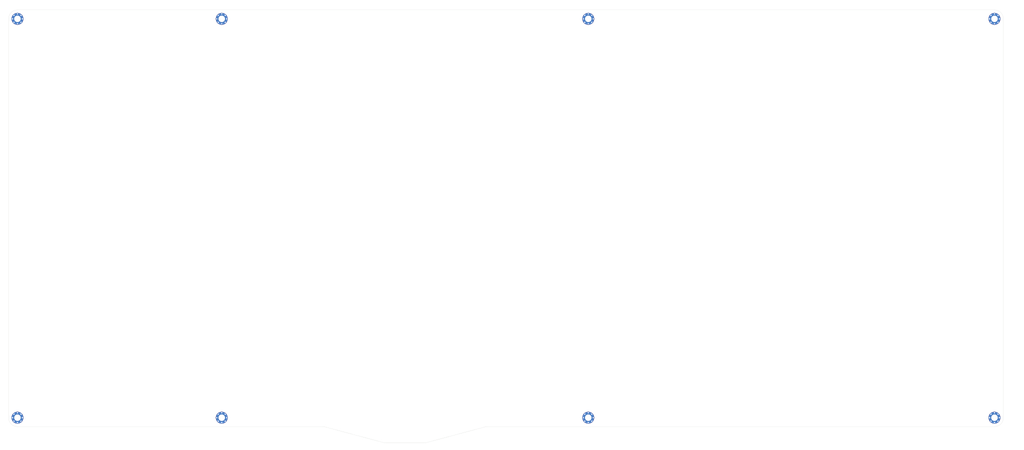
<source format=kicad_pcb>
(kicad_pcb (version 20211014) (generator pcbnew)
  (layers (0 "F.Cu" signal) (31 "B.Cu" signal) (34 "B.Paste" user) (35 "F.Paste" user) (36 "B.SilkS" user "B.Silkscreen") (37 "F.SilkS" user "F.Silkscreen") (38 "B.Mask" user) (39 "F.Mask" user) (44 "Edge.Cuts" user))
  (net 0 "")
  (net 1 "GND")
  (footprint "keyboard:MountingHole_2.2mm_M2_Pad_Via" (layer "F.Cu") (at 239.343984 57.57)
    (fp_text reference "MountBaseTop6" hide)
    (fp_text value "MountingHoleBaseTop1" hide)
    (pad "1" thru_hole circle (at 1.166726 1.166726) (size 0.7 0.7) (drill 0.4) (layers *.Cu *.Mask))
    (pad "1" thru_hole circle (at 1.65 0) (size 0.7 0.7) (drill 0.4) (layers *.Cu *.Mask))
    (pad "1" thru_hole circle (at -1.65 0) (size 0.7 0.7) (drill 0.4) (layers *.Cu *.Mask))
    (pad "1" thru_hole circle (at 1.166726 -1.166726) (size 0.7 0.7) (drill 0.4) (layers *.Cu *.Mask))
    (pad "1" thru_hole circle (at -1.166726 1.166726) (size 0.7 0.7) (drill 0.4) (layers *.Cu *.Mask))
    (pad "1" thru_hole circle (at -1.166726 -1.166726) (size 0.7 0.7) (drill 0.4) (layers *.Cu *.Mask))
    (pad "1" thru_hole circle (at 0 1.65) (size 0.7 0.7) (drill 0.4) (layers *.Cu *.Mask))
    (pad "1" thru_hole circle (at 0 0) (size 4 4) (drill 2.2) (layers *.Cu *.Mask))
    (pad "1" thru_hole circle (at 0 -1.65) (size 0.7 0.7) (drill 0.4) (layers *.Cu *.Mask))
  )
  (footprint "keyboard:MountingHole_2.2mm_M2_Pad_Via" (layer "F.Cu") (at 115.831016 57.57)
    (fp_text reference "MountBaseTop4" hide)
    (fp_text value "MountingHoleBaseTop1" hide)
    (pad "1" thru_hole circle (at -1.65 0) (size 0.7 0.7) (drill 0.4) (layers *.Cu *.Mask))
    (pad "1" thru_hole circle (at 1.166726 1.166726) (size 0.7 0.7) (drill 0.4) (layers *.Cu *.Mask))
    (pad "1" thru_hole circle (at 0 1.65) (size 0.7 0.7) (drill 0.4) (layers *.Cu *.Mask))
    (pad "1" thru_hole circle (at 1.166726 -1.166726) (size 0.7 0.7) (drill 0.4) (layers *.Cu *.Mask))
    (pad "1" thru_hole circle (at -1.166726 1.166726) (size 0.7 0.7) (drill 0.4) (layers *.Cu *.Mask))
    (pad "1" thru_hole circle (at 1.65 0) (size 0.7 0.7) (drill 0.4) (layers *.Cu *.Mask))
    (pad "1" thru_hole circle (at 0 -1.65) (size 0.7 0.7) (drill 0.4) (layers *.Cu *.Mask))
    (pad "1" thru_hole circle (at -1.166726 -1.166726) (size 0.7 0.7) (drill 0.4) (layers *.Cu *.Mask))
    (pad "1" thru_hole circle (at 0 0) (size 4 4) (drill 2.2) (layers *.Cu *.Mask))
  )
  (footprint "keyboard:MountingHole_2.2mm_M2_Pad_Via" (layer "F.Cu") (at 376.225 191.97)
    (fp_text reference "MountBaseTop7" hide)
    (fp_text value "MountingHoleBaseTop1" hide)
    (pad "1" thru_hole circle (at 1.166726 1.166726) (size 0.7 0.7) (drill 0.4) (layers *.Cu *.Mask))
    (pad "1" thru_hole circle (at 0 1.65) (size 0.7 0.7) (drill 0.4) (layers *.Cu *.Mask))
    (pad "1" thru_hole circle (at -1.65 0) (size 0.7 0.7) (drill 0.4) (layers *.Cu *.Mask))
    (pad "1" thru_hole circle (at 1.65 0) (size 0.7 0.7) (drill 0.4) (layers *.Cu *.Mask))
    (pad "1" thru_hole circle (at 0 -1.65) (size 0.7 0.7) (drill 0.4) (layers *.Cu *.Mask))
    (pad "1" thru_hole circle (at -1.166726 1.166726) (size 0.7 0.7) (drill 0.4) (layers *.Cu *.Mask))
    (pad "1" thru_hole circle (at 1.166726 -1.166726) (size 0.7 0.7) (drill 0.4) (layers *.Cu *.Mask))
    (pad "1" thru_hole circle (at 0 0) (size 4 4) (drill 2.2) (layers *.Cu *.Mask))
    (pad "1" thru_hole circle (at -1.166726 -1.166726) (size 0.7 0.7) (drill 0.4) (layers *.Cu *.Mask))
  )
  (footprint "keyboard:MountingHole_2.2mm_M2_Pad_Via" (layer "F.Cu") (at 115.831016 191.97)
    (fp_text reference "MountBaseTop3" hide)
    (fp_text value "MountingHoleBaseTop1" hide)
    (pad "1" thru_hole circle (at -1.65 0) (size 0.7 0.7) (drill 0.4) (layers *.Cu *.Mask))
    (pad "1" thru_hole circle (at 1.65 0) (size 0.7 0.7) (drill 0.4) (layers *.Cu *.Mask))
    (pad "1" thru_hole circle (at 0 -1.65) (size 0.7 0.7) (drill 0.4) (layers *.Cu *.Mask))
    (pad "1" thru_hole circle (at 0 0) (size 4 4) (drill 2.2) (layers *.Cu *.Mask))
    (pad "1" thru_hole circle (at -1.166726 -1.166726) (size 0.7 0.7) (drill 0.4) (layers *.Cu *.Mask))
    (pad "1" thru_hole circle (at 0 1.65) (size 0.7 0.7) (drill 0.4) (layers *.Cu *.Mask))
    (pad "1" thru_hole circle (at 1.166726 -1.166726) (size 0.7 0.7) (drill 0.4) (layers *.Cu *.Mask))
    (pad "1" thru_hole circle (at -1.166726 1.166726) (size 0.7 0.7) (drill 0.4) (layers *.Cu *.Mask))
    (pad "1" thru_hole circle (at 1.166726 1.166726) (size 0.7 0.7) (drill 0.4) (layers *.Cu *.Mask))
  )
  (footprint "keyboard:MountingHole_2.2mm_M2_Pad_Via" (layer "F.Cu") (at 47 57.57)
    (fp_text reference "MountBaseTop2" hide)
    (fp_text value "MountingHoleBaseTop1" hide)
    (pad "1" thru_hole circle (at 1.65 0) (size 0.7 0.7) (drill 0.4) (layers *.Cu *.Mask))
    (pad "1" thru_hole circle (at -1.65 0) (size 0.7 0.7) (drill 0.4) (layers *.Cu *.Mask))
    (pad "1" thru_hole circle (at 0 1.65) (size 0.7 0.7) (drill 0.4) (layers *.Cu *.Mask))
    (pad "1" thru_hole circle (at 1.166726 1.166726) (size 0.7 0.7) (drill 0.4) (layers *.Cu *.Mask))
    (pad "1" thru_hole circle (at 1.166726 -1.166726) (size 0.7 0.7) (drill 0.4) (layers *.Cu *.Mask))
    (pad "1" thru_hole circle (at -1.166726 -1.166726) (size 0.7 0.7) (drill 0.4) (layers *.Cu *.Mask))
    (pad "1" thru_hole circle (at 0 -1.65) (size 0.7 0.7) (drill 0.4) (layers *.Cu *.Mask))
    (pad "1" thru_hole circle (at -1.166726 1.166726) (size 0.7 0.7) (drill 0.4) (layers *.Cu *.Mask))
    (pad "1" thru_hole circle (at 0 0) (size 4 4) (drill 2.2) (layers *.Cu *.Mask))
  )
  (footprint "keyboard:MountingHole_2.2mm_M2_Pad_Via" (layer "F.Cu") (at 376.225 57.57)
    (fp_text reference "MountBaseTop8" hide)
    (fp_text value "MountingHoleBaseTop1" hide)
    (pad "1" thru_hole circle (at 1.166726 1.166726) (size 0.7 0.7) (drill 0.4) (layers *.Cu *.Mask))
    (pad "1" thru_hole circle (at -1.166726 1.166726) (size 0.7 0.7) (drill 0.4) (layers *.Cu *.Mask))
    (pad "1" thru_hole circle (at 0 1.65) (size 0.7 0.7) (drill 0.4) (layers *.Cu *.Mask))
    (pad "1" thru_hole circle (at 0 0) (size 4 4) (drill 2.2) (layers *.Cu *.Mask))
    (pad "1" thru_hole circle (at 1.166726 -1.166726) (size 0.7 0.7) (drill 0.4) (layers *.Cu *.Mask))
    (pad "1" thru_hole circle (at -1.65 0) (size 0.7 0.7) (drill 0.4) (layers *.Cu *.Mask))
    (pad "1" thru_hole circle (at 1.65 0) (size 0.7 0.7) (drill 0.4) (layers *.Cu *.Mask))
    (pad "1" thru_hole circle (at -1.166726 -1.166726) (size 0.7 0.7) (drill 0.4) (layers *.Cu *.Mask))
    (pad "1" thru_hole circle (at 0 -1.65) (size 0.7 0.7) (drill 0.4) (layers *.Cu *.Mask))
  )
  (footprint "keyboard:MountingHole_2.2mm_M2_Pad_Via" (layer "F.Cu") (at 47 191.97)
    (fp_text reference "MountBaseTop1" hide)
    (fp_text value "MountingHoleBaseTop1" hide)
    (pad "1" thru_hole circle (at -1.65 0) (size 0.7 0.7) (drill 0.4) (layers *.Cu *.Mask))
    (pad "1" thru_hole circle (at 1.65 0) (size 0.7 0.7) (drill 0.4) (layers *.Cu *.Mask))
    (pad "1" thru_hole circle (at 0 0) (size 4 4) (drill 2.2) (layers *.Cu *.Mask))
    (pad "1" thru_hole circle (at 0 -1.65) (size 0.7 0.7) (drill 0.4) (layers *.Cu *.Mask))
    (pad "1" thru_hole circle (at 0 1.65) (size 0.7 0.7) (drill 0.4) (layers *.Cu *.Mask))
    (pad "1" thru_hole circle (at 1.166726 1.166726) (size 0.7 0.7) (drill 0.4) (layers *.Cu *.Mask))
    (pad "1" thru_hole circle (at -1.166726 -1.166726) (size 0.7 0.7) (drill 0.4) (layers *.Cu *.Mask))
    (pad "1" thru_hole circle (at 1.166726 -1.166726) (size 0.7 0.7) (drill 0.4) (layers *.Cu *.Mask))
    (pad "1" thru_hole circle (at -1.166726 1.166726) (size 0.7 0.7) (drill 0.4) (layers *.Cu *.Mask))
  )
  (footprint "keyboard:MountingHole_2.2mm_M2_Pad_Via" (layer "F.Cu") (at 239.343984 191.97)
    (fp_text reference "MountBaseTop5" hide)
    (fp_text value "MountingHoleBaseTop1" hide)
    (pad "1" thru_hole circle (at 1.166726 -1.166726) (size 0.7 0.7) (drill 0.4) (layers *.Cu *.Mask))
    (pad "1" thru_hole circle (at 0 0) (size 4 4) (drill 2.2) (layers *.Cu *.Mask))
    (pad "1" thru_hole circle (at 0 1.65) (size 0.7 0.7) (drill 0.4) (layers *.Cu *.Mask))
    (pad "1" thru_hole circle (at 1.65 0) (size 0.7 0.7) (drill 0.4) (layers *.Cu *.Mask))
    (pad "1" thru_hole circle (at -1.166726 -1.166726) (size 0.7 0.7) (drill 0.4) (layers *.Cu *.Mask))
    (pad "1" thru_hole circle (at 0 -1.65) (size 0.7 0.7) (drill 0.4) (layers *.Cu *.Mask))
    (pad "1" thru_hole circle (at -1.166726 1.166726) (size 0.7 0.7) (drill 0.4) (layers *.Cu *.Mask))
    (pad "1" thru_hole circle (at 1.166726 1.166726) (size 0.7 0.7) (drill 0.4) (layers *.Cu *.Mask))
    (pad "1" thru_hole circle (at -1.65 0) (size 0.7 0.7) (drill 0.4) (layers *.Cu *.Mask))
  )
  (gr_line (start 44 191.97) (end 44 57.57) (layer "Edge.Cuts") (width 0.05))
  (gr_line (start 150.232609 194.97) (end 47 194.97) (layer "Edge.Cuts") (width 0.05))
  (gr_line (start 170.75857 200.469915) (end 184.41643 200.469915) (layer "Edge.Cuts") (width 0.05))
  (gr_line (start 150.232609 194.97) (end 170.75857 200.469915) (layer "Edge.Cuts") (width 0.05))
  (gr_line (start 379.225 57.57) (end 379.225 191.97) (layer "Edge.Cuts") (width 0.05))
  (gr_line (start 47 54.57) (end 376.225 54.57) (layer "Edge.Cuts") (width 0.05))
  (gr_line (start 184.41643 200.469915) (end 204.942391 194.97) (layer "Edge.Cuts") (width 0.05))
  (gr_arc (start 376.225 54.57) (mid 378.34632 55.44868) (end 379.225 57.57) (layer "Edge.Cuts") (width 0.05))
  (gr_arc (start 44 57.57) (mid 44.87868 55.44868) (end 47 54.57) (layer "Edge.Cuts") (width 0.05))
  (gr_line (start 204.942391 194.97) (end 376.225 194.97) (layer "Edge.Cuts") (width 0.05))
  (gr_arc (start 379.225 191.97) (mid 378.34632 194.09132) (end 376.225 194.97) (layer "Edge.Cuts") (width 0.05))
  (gr_arc (start 47 194.97) (mid 44.87868 194.09132) (end 44 191.97) (layer "Edge.Cuts") (width 0.05))
)
</source>
